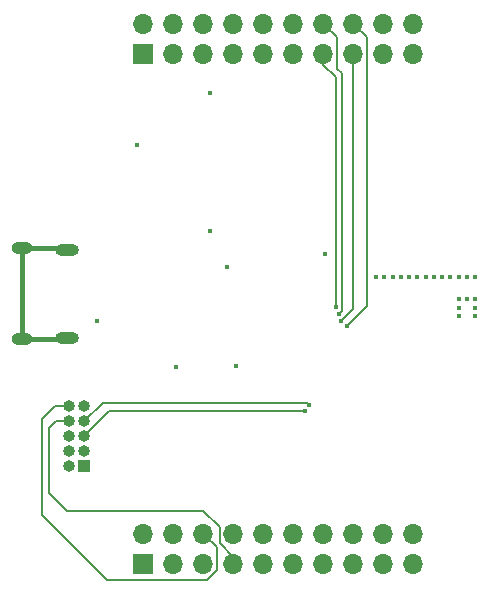
<source format=gbr>
%TF.GenerationSoftware,KiCad,Pcbnew,(5.1.12-1-10_14)*%
%TF.CreationDate,2022-01-30T11:33:22+08:00*%
%TF.ProjectId,nrf51822_devboard,6e726635-3138-4323-925f-646576626f61,rev?*%
%TF.SameCoordinates,Original*%
%TF.FileFunction,Copper,L4,Bot*%
%TF.FilePolarity,Positive*%
%FSLAX46Y46*%
G04 Gerber Fmt 4.6, Leading zero omitted, Abs format (unit mm)*
G04 Created by KiCad (PCBNEW (5.1.12-1-10_14)) date 2022-01-30 11:33:22*
%MOMM*%
%LPD*%
G01*
G04 APERTURE LIST*
%TA.AperFunction,ComponentPad*%
%ADD10O,1.700000X1.700000*%
%TD*%
%TA.AperFunction,ComponentPad*%
%ADD11R,1.700000X1.700000*%
%TD*%
%TA.AperFunction,ComponentPad*%
%ADD12O,1.800000X1.000000*%
%TD*%
%TA.AperFunction,ComponentPad*%
%ADD13O,2.000000X1.000000*%
%TD*%
%TA.AperFunction,ComponentPad*%
%ADD14O,1.000000X1.000000*%
%TD*%
%TA.AperFunction,ComponentPad*%
%ADD15R,1.000000X1.000000*%
%TD*%
%TA.AperFunction,ViaPad*%
%ADD16C,0.450000*%
%TD*%
%TA.AperFunction,Conductor*%
%ADD17C,0.200000*%
%TD*%
%TA.AperFunction,Conductor*%
%ADD18C,0.450000*%
%TD*%
G04 APERTURE END LIST*
D10*
%TO.P,J3,20*%
%TO.N,GND*%
X136150000Y-52140000D03*
%TO.P,J3,19*%
X136150000Y-54680000D03*
%TO.P,J3,18*%
X133610000Y-52140000D03*
%TO.P,J3,17*%
X133610000Y-54680000D03*
%TO.P,J3,16*%
%TO.N,P0.17*%
X131070000Y-52140000D03*
%TO.P,J3,15*%
%TO.N,P0.18*%
X131070000Y-54680000D03*
%TO.P,J3,14*%
%TO.N,P0.19*%
X128530000Y-52140000D03*
%TO.P,J3,13*%
%TO.N,P0.20*%
X128530000Y-54680000D03*
%TO.P,J3,12*%
%TO.N,P0.21*%
X125990000Y-52140000D03*
%TO.P,J3,11*%
%TO.N,P0.22*%
X125990000Y-54680000D03*
%TO.P,J3,10*%
%TO.N,P0.23*%
X123450000Y-52140000D03*
%TO.P,J3,9*%
%TO.N,P0.24*%
X123450000Y-54680000D03*
%TO.P,J3,8*%
%TO.N,P0.25*%
X120910000Y-52140000D03*
%TO.P,J3,7*%
%TO.N,P0.26*%
X120910000Y-54680000D03*
%TO.P,J3,6*%
%TO.N,P0.27*%
X118370000Y-52140000D03*
%TO.P,J3,5*%
%TO.N,P0.28*%
X118370000Y-54680000D03*
%TO.P,J3,4*%
%TO.N,P0.29*%
X115830000Y-52140000D03*
%TO.P,J3,3*%
%TO.N,P0.30*%
X115830000Y-54680000D03*
%TO.P,J3,2*%
%TO.N,+3V3*%
X113290000Y-52140000D03*
D11*
%TO.P,J3,1*%
X113290000Y-54680000D03*
%TD*%
D10*
%TO.P,J2,20*%
%TO.N,GND*%
X136150000Y-95320000D03*
%TO.P,J2,19*%
X136150000Y-97860000D03*
%TO.P,J2,18*%
%TO.N,P0.16*%
X133610000Y-95320000D03*
%TO.P,J2,17*%
%TO.N,P0.15*%
X133610000Y-97860000D03*
%TO.P,J2,16*%
%TO.N,P0.14*%
X131070000Y-95320000D03*
%TO.P,J2,15*%
%TO.N,P0.13*%
X131070000Y-97860000D03*
%TO.P,J2,14*%
%TO.N,P0.12*%
X128530000Y-95320000D03*
%TO.P,J2,13*%
%TO.N,P0.11*%
X128530000Y-97860000D03*
%TO.P,J2,12*%
%TO.N,P0.10*%
X125990000Y-95320000D03*
%TO.P,J2,11*%
%TO.N,P0.9*%
X125990000Y-97860000D03*
%TO.P,J2,10*%
%TO.N,P0.8*%
X123450000Y-95320000D03*
%TO.P,J2,9*%
%TO.N,P0.7*%
X123450000Y-97860000D03*
%TO.P,J2,8*%
%TO.N,P0.6*%
X120910000Y-95320000D03*
%TO.P,J2,7*%
%TO.N,P0.5*%
X120910000Y-97860000D03*
%TO.P,J2,6*%
%TO.N,P0.4*%
X118370000Y-95320000D03*
%TO.P,J2,5*%
%TO.N,P0.3*%
X118370000Y-97860000D03*
%TO.P,J2,4*%
%TO.N,P0.2*%
X115830000Y-95320000D03*
%TO.P,J2,3*%
%TO.N,P0.1*%
X115830000Y-97860000D03*
%TO.P,J2,2*%
%TO.N,P0.0*%
X113290000Y-95320000D03*
D11*
%TO.P,J2,1*%
%TO.N,+3V3*%
X113290000Y-97860000D03*
%TD*%
D12*
%TO.P,J1,0*%
%TO.N,Net-(J1-Pad0)*%
X103050000Y-78875000D03*
X103050000Y-71125000D03*
D13*
X106850000Y-78725000D03*
X106850000Y-71275000D03*
%TD*%
D14*
%TO.P,CON1,9*%
%TO.N,GND*%
X108275000Y-84550000D03*
%TO.P,CON1,10*%
%TO.N,P0.4*%
X107005000Y-84550000D03*
%TO.P,CON1,7*%
%TO.N,SWCLK*%
X108275000Y-85820000D03*
%TO.P,CON1,8*%
%TO.N,P0.5*%
X107005000Y-85820000D03*
%TO.P,CON1,5*%
%TO.N,SWDIO*%
X108275000Y-87090000D03*
%TO.P,CON1,6*%
%TO.N,GND*%
X107005000Y-87090000D03*
%TO.P,CON1,3*%
%TO.N,+3V3*%
X108275000Y-88360000D03*
%TO.P,CON1,4*%
%TO.N,N/C*%
X107005000Y-88360000D03*
%TO.P,CON1,2*%
X107005000Y-89630000D03*
D15*
%TO.P,CON1,1*%
X108275000Y-89630000D03*
%TD*%
D16*
%TO.N,GND*%
X118910000Y-69700000D03*
X118960000Y-58000000D03*
X109360000Y-77350000D03*
X141400000Y-73600000D03*
X140700000Y-73600000D03*
X140000000Y-73600000D03*
X139300000Y-73600000D03*
X138600000Y-73600000D03*
X137900000Y-73600000D03*
X137200000Y-73600000D03*
X136500000Y-73600000D03*
X135800000Y-73600000D03*
X135100000Y-73600000D03*
X134400000Y-73600000D03*
X133700000Y-73600000D03*
X133000000Y-73600000D03*
X141400000Y-75500000D03*
X140700000Y-75500000D03*
X140000000Y-75500000D03*
X140000000Y-76200000D03*
X140000000Y-76900000D03*
X141400000Y-76200000D03*
X141400000Y-76900000D03*
X112760000Y-62460000D03*
%TO.N,+3V3*%
X121140000Y-81120000D03*
X116040000Y-81220000D03*
X120380000Y-72770000D03*
X128660000Y-71620000D03*
%TO.N,SWCLK*%
X127353590Y-84462710D03*
%TO.N,SWDIO*%
X126960000Y-84980000D03*
%TO.N,P0.20*%
X129570000Y-76125000D03*
%TO.N,P0.19*%
X129850137Y-76711537D03*
%TO.N,P0.18*%
X130030933Y-77335889D03*
%TO.N,P0.17*%
X130511102Y-77773998D03*
%TD*%
D17*
%TO.N,SWCLK*%
X127345879Y-84454999D02*
X127353590Y-84462710D01*
X109857289Y-84237711D02*
X108275000Y-85820000D01*
X127128591Y-84237711D02*
X109857289Y-84237711D01*
X127353590Y-84462710D02*
X127128591Y-84237711D01*
%TO.N,SWDIO*%
X110385000Y-84980000D02*
X108275000Y-87090000D01*
X126960000Y-84980000D02*
X110385000Y-84980000D01*
%TO.N,P0.5*%
X107005000Y-85820000D02*
X105920000Y-85820000D01*
X105920000Y-85820000D02*
X105330000Y-86410000D01*
X105330000Y-86410000D02*
X105330000Y-91890000D01*
X105330000Y-91890000D02*
X106820000Y-93380000D01*
X119759999Y-96144300D02*
X120910000Y-97294301D01*
X119759999Y-94767999D02*
X119759999Y-96144300D01*
X118372000Y-93380000D02*
X119759999Y-94767999D01*
X120910000Y-97294301D02*
X120910000Y-97860000D01*
X106820000Y-93380000D02*
X118372000Y-93380000D01*
%TO.N,P0.4*%
X107005000Y-84550000D02*
X105800000Y-84550000D01*
X105800000Y-84550000D02*
X104720000Y-85630000D01*
X104720000Y-85630000D02*
X104720000Y-93750000D01*
X104720000Y-93750000D02*
X110190000Y-99220000D01*
X119520001Y-96470001D02*
X118370000Y-95320000D01*
X119520001Y-98412001D02*
X119520001Y-96470001D01*
X118712002Y-99220000D02*
X119520001Y-98412001D01*
X110190000Y-99220000D02*
X118712002Y-99220000D01*
D18*
%TO.N,Net-(J1-Pad0)*%
X106700000Y-71125000D02*
X106850000Y-71275000D01*
X103050000Y-71125000D02*
X106700000Y-71125000D01*
X106700000Y-78875000D02*
X106850000Y-78725000D01*
X103050000Y-78875000D02*
X106700000Y-78875000D01*
X103050000Y-78875000D02*
X103050000Y-71125000D01*
D17*
%TO.N,P0.20*%
X129570000Y-56680000D02*
X128530000Y-55640000D01*
X129570000Y-76125000D02*
X129570000Y-56680000D01*
X128530000Y-55640000D02*
X128530000Y-54680000D01*
%TO.N,P0.19*%
X129850137Y-76621865D02*
X129822001Y-76650001D01*
X129850137Y-76711537D02*
X129850137Y-76621865D01*
X130095001Y-76466673D02*
X130095001Y-56367003D01*
X129850137Y-76711537D02*
X130095001Y-76466673D01*
X129680001Y-53290001D02*
X128530000Y-52140000D01*
X129680001Y-55952003D02*
X129680001Y-53290001D01*
X130095001Y-56367003D02*
X129680001Y-55952003D01*
%TO.N,P0.18*%
X131070000Y-76296822D02*
X131070000Y-55640000D01*
X130030933Y-77335889D02*
X131070000Y-76296822D01*
X131070000Y-55640000D02*
X131070000Y-54680000D01*
%TO.N,P0.17*%
X132220001Y-53290001D02*
X131070000Y-52140000D01*
X132220001Y-76065099D02*
X132220001Y-53290001D01*
X130511102Y-77773998D02*
X132220001Y-76065099D01*
%TD*%
M02*

</source>
